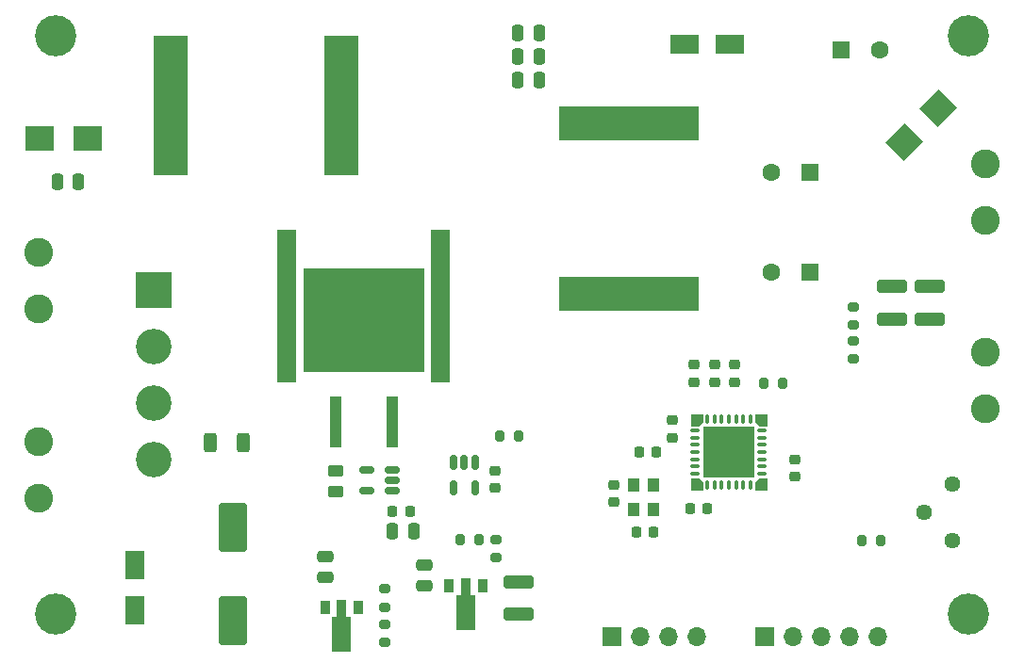
<source format=gts>
%TF.GenerationSoftware,KiCad,Pcbnew,6.0.8-f2edbf62ab~116~ubuntu20.04.1*%
%TF.CreationDate,2022-10-11T00:42:46-04:00*%
%TF.ProjectId,Linear_PSU_APFC_Pre_Reg,4c696e65-6172-45f5-9053-555f41504643,rev?*%
%TF.SameCoordinates,Original*%
%TF.FileFunction,Soldermask,Top*%
%TF.FilePolarity,Negative*%
%FSLAX46Y46*%
G04 Gerber Fmt 4.6, Leading zero omitted, Abs format (unit mm)*
G04 Created by KiCad (PCBNEW 6.0.8-f2edbf62ab~116~ubuntu20.04.1) date 2022-10-11 00:42:46*
%MOMM*%
%LPD*%
G01*
G04 APERTURE LIST*
G04 Aperture macros list*
%AMRoundRect*
0 Rectangle with rounded corners*
0 $1 Rounding radius*
0 $2 $3 $4 $5 $6 $7 $8 $9 X,Y pos of 4 corners*
0 Add a 4 corners polygon primitive as box body*
4,1,4,$2,$3,$4,$5,$6,$7,$8,$9,$2,$3,0*
0 Add four circle primitives for the rounded corners*
1,1,$1+$1,$2,$3*
1,1,$1+$1,$4,$5*
1,1,$1+$1,$6,$7*
1,1,$1+$1,$8,$9*
0 Add four rect primitives between the rounded corners*
20,1,$1+$1,$2,$3,$4,$5,0*
20,1,$1+$1,$4,$5,$6,$7,0*
20,1,$1+$1,$6,$7,$8,$9,0*
20,1,$1+$1,$8,$9,$2,$3,0*%
%AMRotRect*
0 Rectangle, with rotation*
0 The origin of the aperture is its center*
0 $1 length*
0 $2 width*
0 $3 Rotation angle, in degrees counterclockwise*
0 Add horizontal line*
21,1,$1,$2,0,0,$3*%
%AMFreePoly0*
4,1,9,3.862500,-0.866500,0.737500,-0.866500,0.737500,-0.450000,-0.737500,-0.450000,-0.737500,0.450000,0.737500,0.450000,0.737500,0.866500,3.862500,0.866500,3.862500,-0.866500,3.862500,-0.866500,$1*%
G04 Aperture macros list end*
%ADD10C,0.050000*%
%ADD11RotRect,2.500000X2.300000X45.000000*%
%ADD12R,2.500000X2.300000*%
%ADD13RoundRect,0.250000X-0.312500X-0.625000X0.312500X-0.625000X0.312500X0.625000X-0.312500X0.625000X0*%
%ADD14R,3.150000X12.500000*%
%ADD15R,12.500000X3.150000*%
%ADD16RoundRect,0.225000X-0.225000X-0.250000X0.225000X-0.250000X0.225000X0.250000X-0.225000X0.250000X0*%
%ADD17R,1.600000X1.600000*%
%ADD18C,1.600000*%
%ADD19RoundRect,0.225000X-0.250000X0.225000X-0.250000X-0.225000X0.250000X-0.225000X0.250000X0.225000X0*%
%ADD20RoundRect,0.250000X0.250000X0.475000X-0.250000X0.475000X-0.250000X-0.475000X0.250000X-0.475000X0*%
%ADD21RoundRect,0.200000X-0.275000X0.200000X-0.275000X-0.200000X0.275000X-0.200000X0.275000X0.200000X0*%
%ADD22RoundRect,0.200000X0.275000X-0.200000X0.275000X0.200000X-0.275000X0.200000X-0.275000X-0.200000X0*%
%ADD23RoundRect,0.250000X-0.450000X0.262500X-0.450000X-0.262500X0.450000X-0.262500X0.450000X0.262500X0*%
%ADD24R,0.900000X1.300000*%
%ADD25FreePoly0,270.000000*%
%ADD26R,3.200000X3.200000*%
%ADD27C,3.200000*%
%ADD28R,1.700000X1.700000*%
%ADD29O,1.700000X1.700000*%
%ADD30RoundRect,0.250000X-0.475000X0.250000X-0.475000X-0.250000X0.475000X-0.250000X0.475000X0.250000X0*%
%ADD31R,1.000000X1.300000*%
%ADD32RoundRect,0.250000X1.100000X-0.325000X1.100000X0.325000X-1.100000X0.325000X-1.100000X-0.325000X0*%
%ADD33RoundRect,0.150000X0.512500X0.150000X-0.512500X0.150000X-0.512500X-0.150000X0.512500X-0.150000X0*%
%ADD34RoundRect,0.250000X-1.100000X0.325000X-1.100000X-0.325000X1.100000X-0.325000X1.100000X0.325000X0*%
%ADD35C,2.600000*%
%ADD36RoundRect,0.200000X-0.200000X-0.275000X0.200000X-0.275000X0.200000X0.275000X-0.200000X0.275000X0*%
%ADD37C,3.700000*%
%ADD38R,1.700000X13.700000*%
%ADD39C,1.440000*%
%ADD40R,1.100000X4.600000*%
%ADD41R,10.800000X9.400000*%
%ADD42RoundRect,0.225000X0.225000X0.250000X-0.225000X0.250000X-0.225000X-0.250000X0.225000X-0.250000X0*%
%ADD43RoundRect,0.225000X0.250000X-0.225000X0.250000X0.225000X-0.250000X0.225000X-0.250000X-0.225000X0*%
%ADD44RoundRect,0.250000X1.000000X-1.950000X1.000000X1.950000X-1.000000X1.950000X-1.000000X-1.950000X0*%
%ADD45R,2.500000X1.800000*%
%ADD46RoundRect,0.008602X-0.391398X0.391398X-0.391398X-0.391398X0.391398X-0.391398X0.391398X0.391398X0*%
%ADD47RoundRect,0.075000X-0.075000X0.312500X-0.075000X-0.312500X0.075000X-0.312500X0.075000X0.312500X0*%
%ADD48RoundRect,0.075000X-0.312500X0.075000X-0.312500X-0.075000X0.312500X-0.075000X0.312500X0.075000X0*%
%ADD49RoundRect,0.250000X-2.075000X2.075000X-2.075000X-2.075000X2.075000X-2.075000X2.075000X2.075000X0*%
%ADD50R,1.800000X2.500000*%
%ADD51RoundRect,0.200000X0.200000X0.275000X-0.200000X0.275000X-0.200000X-0.275000X0.200000X-0.275000X0*%
%ADD52RoundRect,0.250000X-0.250000X-0.475000X0.250000X-0.475000X0.250000X0.475000X-0.250000X0.475000X0*%
%ADD53RoundRect,0.150000X-0.150000X0.512500X-0.150000X-0.512500X0.150000X-0.512500X0.150000X0.512500X0*%
G04 APERTURE END LIST*
%TO.C,U2*%
G36*
X124550000Y-81200000D02*
G01*
X124250000Y-81500000D01*
X123550000Y-81500000D01*
X123550000Y-80500000D01*
X124550000Y-80500000D01*
X124550000Y-81200000D01*
G37*
D10*
X124550000Y-81200000D02*
X124250000Y-81500000D01*
X123550000Y-81500000D01*
X123550000Y-80500000D01*
X124550000Y-80500000D01*
X124550000Y-81200000D01*
G36*
X130350000Y-81500000D02*
G01*
X129650000Y-81500000D01*
X129350000Y-81200000D01*
X129350000Y-80500000D01*
X130350000Y-80500000D01*
X130350000Y-81500000D01*
G37*
X130350000Y-81500000D02*
X129650000Y-81500000D01*
X129350000Y-81200000D01*
X129350000Y-80500000D01*
X130350000Y-80500000D01*
X130350000Y-81500000D01*
G36*
X124550000Y-86600000D02*
G01*
X124550000Y-87300000D01*
X123550000Y-87300000D01*
X123550000Y-86300000D01*
X124250000Y-86300000D01*
X124550000Y-86600000D01*
G37*
X124550000Y-86600000D02*
X124550000Y-87300000D01*
X123550000Y-87300000D01*
X123550000Y-86300000D01*
X124250000Y-86300000D01*
X124550000Y-86600000D01*
G36*
X130350000Y-87300000D02*
G01*
X129350000Y-87300000D01*
X129350000Y-86600000D01*
X129650000Y-86300000D01*
X130350000Y-86300000D01*
X130350000Y-87300000D01*
G37*
X130350000Y-87300000D02*
X129350000Y-87300000D01*
X129350000Y-86600000D01*
X129650000Y-86300000D01*
X130350000Y-86300000D01*
X130350000Y-87300000D01*
%TD*%
D11*
%TO.C,D5*%
X142729720Y-56020280D03*
X145770280Y-52979720D03*
%TD*%
D12*
%TO.C,D4*%
X69400000Y-55700000D03*
X65100000Y-55700000D03*
%TD*%
D13*
%TO.C,R1*%
X80387500Y-83050000D03*
X83312500Y-83050000D03*
%TD*%
D14*
%TO.C,L1*%
X76825000Y-52750000D03*
X92175000Y-52750000D03*
%TD*%
D15*
%TO.C,L2*%
X118000000Y-54325000D03*
X118000000Y-69675000D03*
%TD*%
D16*
%TO.C,C8*%
X118900000Y-83900000D03*
X120450000Y-83900000D03*
%TD*%
D17*
%TO.C,C22*%
X134250000Y-67750000D03*
D18*
X130750000Y-67750000D03*
%TD*%
D19*
%TO.C,C1*%
X116600000Y-86862500D03*
X116600000Y-88412500D03*
%TD*%
D20*
%TO.C,C18*%
X109900000Y-50500000D03*
X108000000Y-50500000D03*
%TD*%
D17*
%TO.C,C20*%
X137000000Y-47750000D03*
D18*
X140500000Y-47750000D03*
%TD*%
D21*
%TO.C,R11*%
X138150000Y-73900000D03*
X138150000Y-75550000D03*
%TD*%
D22*
%TO.C,R8*%
X96050000Y-97850000D03*
X96050000Y-96200000D03*
%TD*%
D23*
%TO.C,R6*%
X91650000Y-85600000D03*
X91650000Y-87425000D03*
%TD*%
D20*
%TO.C,C17*%
X109900000Y-48350000D03*
X108000000Y-48350000D03*
%TD*%
D19*
%TO.C,C5*%
X125650000Y-76050000D03*
X125650000Y-77600000D03*
%TD*%
D22*
%TO.C,R7*%
X96050000Y-101050000D03*
X96050000Y-99400000D03*
%TD*%
D19*
%TO.C,C23*%
X127450000Y-76050000D03*
X127450000Y-77600000D03*
%TD*%
D24*
%TO.C,U5*%
X93700000Y-97850000D03*
D25*
X92200000Y-97937500D03*
D24*
X90700000Y-97850000D03*
%TD*%
D26*
%TO.C,D1*%
X75350000Y-69350000D03*
D27*
X75350000Y-74430000D03*
X75350000Y-79510000D03*
X75350000Y-84590000D03*
%TD*%
D20*
%TO.C,C16*%
X109900000Y-46200000D03*
X108000000Y-46200000D03*
%TD*%
D28*
%TO.C,J1*%
X130175000Y-100500000D03*
D29*
X132715000Y-100500000D03*
X135255000Y-100500000D03*
X137795000Y-100500000D03*
X140335000Y-100500000D03*
%TD*%
D17*
%TO.C,C21*%
X134250000Y-58750000D03*
D18*
X130750000Y-58750000D03*
%TD*%
D30*
%TO.C,C15*%
X90700000Y-93300000D03*
X90700000Y-95200000D03*
%TD*%
D16*
%TO.C,C6*%
X123450000Y-89000000D03*
X125000000Y-89000000D03*
%TD*%
%TO.C,C13*%
X96750000Y-89200000D03*
X98300000Y-89200000D03*
%TD*%
D31*
%TO.C,Y1*%
X118400000Y-86862500D03*
X118400000Y-89062500D03*
X120200000Y-89062500D03*
X120200000Y-86862500D03*
%TD*%
D32*
%TO.C,C11*%
X108100000Y-98500000D03*
X108100000Y-95550000D03*
%TD*%
D33*
%TO.C,U4*%
X96737500Y-87412500D03*
X96737500Y-86462500D03*
X96737500Y-85512500D03*
X94462500Y-85512500D03*
X94462500Y-87412500D03*
%TD*%
D19*
%TO.C,C4*%
X121900000Y-81050000D03*
X121900000Y-82600000D03*
%TD*%
D34*
%TO.C,C24*%
X141600000Y-69000000D03*
X141600000Y-71950000D03*
%TD*%
D30*
%TO.C,C9*%
X99600000Y-94050000D03*
X99600000Y-95950000D03*
%TD*%
D35*
%TO.C,J6*%
X150000000Y-80040000D03*
X150000000Y-74960000D03*
%TD*%
D36*
%TO.C,R2*%
X102850000Y-91750000D03*
X104500000Y-91750000D03*
%TD*%
D35*
%TO.C,J5*%
X150000000Y-63040000D03*
X150000000Y-57960000D03*
%TD*%
D21*
%TO.C,R3*%
X106050000Y-91750000D03*
X106050000Y-93400000D03*
%TD*%
D36*
%TO.C,R5*%
X130100000Y-77762500D03*
X131750000Y-77762500D03*
%TD*%
D35*
%TO.C,J2*%
X65000000Y-82960000D03*
X65000000Y-88040000D03*
%TD*%
D21*
%TO.C,R10*%
X138150000Y-70850000D03*
X138150000Y-72500000D03*
%TD*%
D37*
%TO.C,H4*%
X66500000Y-98500000D03*
%TD*%
D28*
%TO.C,J4*%
X116500000Y-100500000D03*
D29*
X119040000Y-100500000D03*
X121580000Y-100500000D03*
X124120000Y-100500000D03*
%TD*%
D38*
%TO.C,HS1*%
X87250000Y-70750000D03*
X101090000Y-70750000D03*
%TD*%
D37*
%TO.C,H1*%
X66500000Y-46500000D03*
%TD*%
D35*
%TO.C,J3*%
X65000000Y-71040000D03*
X65000000Y-65960000D03*
%TD*%
D39*
%TO.C,RV1*%
X146985000Y-86760000D03*
X144445000Y-89300000D03*
X146985000Y-91840000D03*
%TD*%
D40*
%TO.C,Q1*%
X91660000Y-81175000D03*
D41*
X94200000Y-72025000D03*
D40*
X96740000Y-81175000D03*
%TD*%
D42*
%TO.C,C2*%
X120200000Y-91112500D03*
X118650000Y-91112500D03*
%TD*%
D43*
%TO.C,C10*%
X132850000Y-86112500D03*
X132850000Y-84562500D03*
%TD*%
D44*
%TO.C,C7*%
X82400000Y-99050000D03*
X82400000Y-90650000D03*
%TD*%
D45*
%TO.C,D3*%
X127000000Y-47250000D03*
X123000000Y-47250000D03*
%TD*%
D19*
%TO.C,C19*%
X123850000Y-76050000D03*
X123850000Y-77600000D03*
%TD*%
D37*
%TO.C,H2*%
X148500000Y-46500000D03*
%TD*%
D46*
%TO.C,U2*%
X129900000Y-86850000D03*
X124000000Y-86850000D03*
X129900000Y-80950000D03*
X124000000Y-80950000D03*
D47*
X128900000Y-80900000D03*
X128250000Y-80900000D03*
X127600000Y-80900000D03*
X126950000Y-80900000D03*
X126300000Y-80900000D03*
X125650000Y-80900000D03*
X125000000Y-80900000D03*
D48*
X123950000Y-81950000D03*
X123950000Y-82600000D03*
X123950000Y-83250000D03*
X123950000Y-83900000D03*
X123950000Y-84550000D03*
X123950000Y-85200000D03*
X123950000Y-85850000D03*
D47*
X125000000Y-86900000D03*
X125650000Y-86900000D03*
X126300000Y-86900000D03*
X126950000Y-86900000D03*
X127600000Y-86900000D03*
X128250000Y-86900000D03*
X128900000Y-86900000D03*
D48*
X129950000Y-85850000D03*
X129950000Y-85200000D03*
X129950000Y-84550000D03*
X129950000Y-83900000D03*
X129950000Y-83250000D03*
X129950000Y-82600000D03*
X129950000Y-81950000D03*
D49*
X126950000Y-83900000D03*
%TD*%
D43*
%TO.C,C3*%
X106000000Y-87150000D03*
X106000000Y-85600000D03*
%TD*%
D50*
%TO.C,D2*%
X73600000Y-98100000D03*
X73600000Y-94100000D03*
%TD*%
D51*
%TO.C,R9*%
X140550000Y-91850000D03*
X138900000Y-91850000D03*
%TD*%
D52*
%TO.C,C12*%
X96750000Y-91000000D03*
X98650000Y-91000000D03*
%TD*%
D24*
%TO.C,U3*%
X104850000Y-95950000D03*
D25*
X103350000Y-96037500D03*
D24*
X101850000Y-95950000D03*
%TD*%
D53*
%TO.C,U1*%
X104150000Y-84862500D03*
X103200000Y-84862500D03*
X102250000Y-84862500D03*
X102250000Y-87137500D03*
X104150000Y-87137500D03*
%TD*%
D34*
%TO.C,C25*%
X145000000Y-69000000D03*
X145000000Y-71950000D03*
%TD*%
D52*
%TO.C,C14*%
X66650000Y-59600000D03*
X68550000Y-59600000D03*
%TD*%
D37*
%TO.C,H3*%
X148500000Y-98500000D03*
%TD*%
D51*
%TO.C,R4*%
X108050000Y-82500000D03*
X106400000Y-82500000D03*
%TD*%
M02*

</source>
